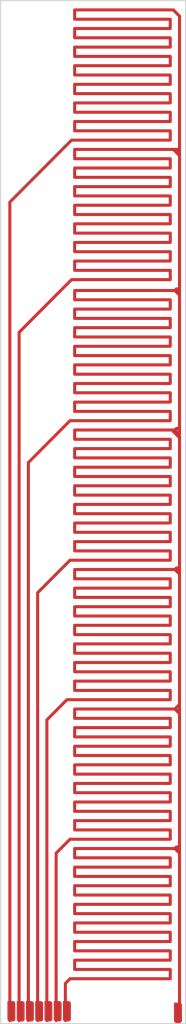
<source format=kicad_pcb>
(kicad_pcb (version 20211014) (generator pcbnew)

  (general
    (thickness 1.6)
  )

  (paper "A4")
  (layers
    (0 "F.Cu" signal)
    (31 "B.Cu" signal)
    (32 "B.Adhes" user "B.Adhesive")
    (33 "F.Adhes" user "F.Adhesive")
    (34 "B.Paste" user)
    (35 "F.Paste" user)
    (36 "B.SilkS" user "B.Silkscreen")
    (37 "F.SilkS" user "F.Silkscreen")
    (38 "B.Mask" user)
    (39 "F.Mask" user)
    (40 "Dwgs.User" user "User.Drawings")
    (41 "Cmts.User" user "User.Comments")
    (42 "Eco1.User" user "User.Eco1")
    (43 "Eco2.User" user "User.Eco2")
    (44 "Edge.Cuts" user)
    (45 "Margin" user)
    (46 "B.CrtYd" user "B.Courtyard")
    (47 "F.CrtYd" user "F.Courtyard")
    (48 "B.Fab" user)
    (49 "F.Fab" user)
    (50 "User.1" user)
    (51 "User.2" user)
    (52 "User.3" user)
    (53 "User.4" user)
    (54 "User.5" user)
    (55 "User.6" user)
    (56 "User.7" user)
    (57 "User.8" user)
    (58 "User.9" user)
  )

  (setup
    (pad_to_mask_clearance 0)
    (pcbplotparams
      (layerselection 0x00010fc_ffffffff)
      (disableapertmacros false)
      (usegerberextensions false)
      (usegerberattributes true)
      (usegerberadvancedattributes true)
      (creategerberjobfile true)
      (svguseinch false)
      (svgprecision 6)
      (excludeedgelayer true)
      (plotframeref false)
      (viasonmask false)
      (mode 1)
      (useauxorigin false)
      (hpglpennumber 1)
      (hpglpenspeed 20)
      (hpglpendiameter 15.000000)
      (dxfpolygonmode true)
      (dxfimperialunits true)
      (dxfusepcbnewfont true)
      (psnegative false)
      (psa4output false)
      (plotreference true)
      (plotvalue true)
      (plotinvisibletext false)
      (sketchpadsonfab false)
      (subtractmaskfromsilk false)
      (outputformat 1)
      (mirror false)
      (drillshape 0)
      (scaleselection 1)
      (outputdirectory "gerber/")
    )
  )

  (net 0 "")

  (gr_rect (start 105.918 169.799) (end 105.664 168.529) (layer "F.Cu") (width 0.4) (fill none) (tstamp 044d429a-deaa-44d8-8a57-ee6b318a207d))
  (gr_rect (start 108.204 169.799) (end 107.95 168.529) (layer "F.Cu") (width 0.4) (fill none) (tstamp 2be99f83-ef45-422b-a872-9271860b3bd4))
  (gr_rect (start 118.872 169.926) (end 118.618 168.656) (layer "F.Cu") (width 0.4) (fill none) (tstamp 499c4f0e-3069-46e0-b8f2-57530060c0eb))
  (gr_rect (start 108.966 169.799) (end 108.712 168.529) (layer "F.Cu") (width 0.4) (fill none) (tstamp 55cd897d-1744-4d4a-a33c-bc637cc5d625))
  (gr_rect (start 109.728 169.799) (end 109.474 168.529) (layer "F.Cu") (width 0.4) (fill none) (tstamp 95c35030-4963-4c8e-afab-e82d39dfbc1f))
  (gr_rect (start 107.442 169.799) (end 107.188 168.529) (layer "F.Cu") (width 0.4) (fill none) (tstamp 9864ea9c-da92-4ba9-ba29-d2689979df81))
  (gr_rect (start 105.156 169.799) (end 104.902 168.529) (layer "F.Cu") (width 0.4) (fill none) (tstamp a2627dbc-3007-4635-b6dc-d153a4d7f242))
  (gr_rect (start 106.68 169.799) (end 106.426 168.529) (layer "F.Cu") (width 0.4) (fill none) (tstamp a4d5553b-b2f0-41aa-b2c4-18db163f9bcf))
  (gr_line (start 119.38 170.18) (end 119.38 86.36) (layer "Edge.Cuts") (width 0.1) (tstamp 0631f858-a6b6-4f17-b69d-ec6ed9db5a2b))
  (gr_line (start 104.14 86.36) (end 104.14 170.18) (layer "Edge.Cuts") (width 0.1) (tstamp 0a599d0b-5b16-40c4-86d2-4bdf2db0f29e))
  (gr_line (start 104.14 170.18) (end 119.38 170.18) (layer "Edge.Cuts") (width 0.1) (tstamp 2a345664-c9be-43f4-a1fa-3c7372af1964))
  (gr_line (start 119.38 86.36) (end 104.14 86.36) (layer "Edge.Cuts") (width 0.1) (tstamp 9386aecc-c014-4cc7-b706-16830a689c8c))

  (segment (start 110.236 103.124) (end 110.236 103.886) (width 0.25) (layer "F.Cu") (net 0) (tstamp 00bd9dfa-0bdd-40ce-8812-f8db6f2c0de6))
  (segment (start 110.236 147.447) (end 118.11 147.447) (width 0.25) (layer "F.Cu") (net 0) (tstamp 01e4f7ba-fb0c-42bc-b6b7-35ac37f2e726))
  (segment (start 118.872 99.314) (end 118.872 99.06) (width 0.25) (layer "F.Cu") (net 0) (tstamp 033f6735-5f5b-45f3-8ef8-1abfd60f8fb2))
  (segment (start 118.11 147.447) (end 118.11 146.685) (width 0.25) (layer "F.Cu") (net 0) (tstamp 03bf22c2-06f5-43d3-8b23-ef41efbec059))
  (segment (start 110.236 145.161) (end 110.236 144.399) (width 0.25) (layer "F.Cu") (net 0) (tstamp 03f744cc-748c-4840-a218-a8340e033164))
  (segment (start 110.236 106.172) (end 110.236 106.934) (width 0.25) (layer "F.Cu") (net 0) (tstamp 042fea9a-ba8f-4192-a476-2e3217f02da8))
  (segment (start 118.11 155.067) (end 118.11 154.305) (width 0.25) (layer "F.Cu") (net 0) (tstamp 06089399-080f-4659-b6f8-c3bac00e2d47))
  (segment (start 118.618 144.526) (end 118.872 144.526) (width 0.25) (layer "F.Cu") (net 0) (tstamp 08357a2a-da2b-405d-a1bb-c845c4318c89))
  (segment (start 118.11 154.305) (end 110.236 154.305) (width 0.25) (layer "F.Cu") (net 0) (tstamp 090dfae5-fb97-4761-b1f4-c70f803e8b17))
  (segment (start 118.11 136.779) (end 110.236 136.779) (width 0.25) (layer "F.Cu") (net 0) (tstamp 09b8fa2e-ba16-4f77-9b7e-d5486e65e3bd))
  (segment (start 118.872 121.412) (end 118.872 110.49) (width 0.25) (layer "F.Cu") (net 0) (tstamp 0a8e3c20-c585-463a-abbe-c5416c2754d8))
  (segment (start 118.491 144.399) (end 118.618 144.526) (width 0.25) (layer "F.Cu") (net 0) (tstamp 0ae5c34b-a94c-4684-94c9-4c94207f10aa))
  (segment (start 118.491 110.109) (end 118.618 109.982) (width 0.25) (layer "F.Cu") (net 0) (tstamp 0b94cbd8-8b66-44bc-ad88-ef7c127c8e79))
  (segment (start 110.236 133.731) (end 110.236 132.969) (width 0.25) (layer "F.Cu") (net 0) (tstamp 0c43e9e5-c654-4c49-9db6-20111597beb4))
  (segment (start 110.236 117.729) (end 118.11 117.729) (width 0.25) (layer "F.Cu") (net 0) (tstamp 0ca7bb79-3a62-44ed-a782-b468cf3bb9dc))
  (segment (start 118.11 125.349) (end 110.236 125.349) (width 0.25) (layer "F.Cu") (net 0) (tstamp 0dbf4968-3445-44b9-bba6-06770d1095da))
  (segment (start 110.236 157.353) (end 118.11 157.353) (width 0.25) (layer "F.Cu") (net 0) (tstamp 0f62c7f4-9c75-4461-a5f0-858afcfedf72))
  (segment (start 118.872 169.926) (end 118.872 156.21) (width 0.25) (layer "F.Cu") (net 0) (tstamp 10ae1835-b4c6-40d1-8ea0-48363f4ab300))
  (segment (start 118.11 139.065) (end 118.11 138.303) (width 0.25) (layer "F.Cu") (net 0) (tstamp 10eac1eb-22ac-4089-a998-dc982824e3bf))
  (segment (start 110.236 154.305) (end 110.236 153.543) (width 0.25) (layer "F.Cu") (net 0) (tstamp 1139bde7-3530-46fc-aff5-7b678295a0b7))
  (segment (start 118.491 110.109) (end 118.618 110.236) (width 0.25) (layer "F.Cu") (net 0) (tstamp 119524d3-25af-49c4-baf7-ca6ecb962089))
  (segment (start 110.236 139.065) (end 118.11 139.065) (width 0.25) (layer "F.Cu") (net 0) (tstamp 11ad2b1c-bf49-41c4-a88a-90b1aaaa7b67))
  (segment (start 110.236 150.495) (end 118.11 150.495) (width 0.25) (layer "F.Cu") (net 0) (tstamp 11bfc58f-4ba8-4c2c-8b04-62df62afe45a))
  (segment (start 118.11 109.22) (end 109.982 109.22) (width 0.25) (layer "F.Cu") (net 0) (tstamp 124b74c5-5047-4806-8fcc-5d90646d2e0c))
  (segment (start 118.364 121.539) (end 118.491 121.539) (width 0.25) (layer "F.Cu") (net 0) (tstamp 13f0d290-320b-47fd-9e71-f000464eaf3e))
  (segment (start 110.236 158.115) (end 110.236 157.353) (width 0.25) (layer "F.Cu") (net 0) (tstamp 1540c62d-3184-4ef8-ba9d-f0d2e9212600))
  (segment (start 110.236 90.17) (end 110.236 90.932) (width 0.25) (layer "F.Cu") (net 0) (tstamp 15dbd8c4-37f5-4f4f-885d-91261ac9f1f6))
  (segment (start 108.712 99.06) (end 104.902 102.87) (width 0.25) (layer "F.Cu") (net 0) (tstamp 17a5d715-e386-496e-b1e4-5ad6121ab9af))
  (segment (start 118.618 155.956) (end 118.872 155.956) (width 0.25) (layer "F.Cu") (net 0) (tstamp 18477e31-1696-4414-b178-bf59631ac54a))
  (segment (start 110.236 161.925) (end 118.11 161.925) (width 0.25) (layer "F.Cu") (net 0) (tstamp 1973ea78-fa56-40e2-a7e3-c1b14411f04e))
  (segment (start 118.11 90.932) (end 118.11 91.694) (width 0.25) (layer "F.Cu") (net 0) (tstamp 19d5fc8d-b628-41c8-ba7d-dab54af0c12f))
  (segment (start 118.618 121.412) (end 118.872 121.412) (width 0.25) (layer "F.Cu") (net 0) (tstamp 1b165263-5276-4303-b500-3a354f1d9e78))
  (segment (start 118.11 95.504) (end 118.11 96.266) (width 0.25) (layer "F.Cu") (net 0) (tstamp 1c3519ac-8504-4ba7-9c42-434a4e472a3f))
  (segment (start 110.236 103.886) (end 118.11 103.886) (width 0.25) (layer "F.Cu") (net 0) (tstamp 1c5e7d9f-32b8-48b8-830b-a2c110a8c50b))
  (segment (start 110.236 140.589) (end 118.11 140.589) (width 0.25) (layer "F.Cu") (net 0) (tstamp 1dca37ae-540f-498a-afd2-fa284d2b79fa))
  (segment (start 118.11 106.934) (end 118.11 107.696) (width 0.25) (layer "F.Cu") (net 0) (tstamp 1ef92b3d-29c3-4d1e-b5d9-0ae73e436e09))
  (segment (start 118.618 110.236) (end 118.872 109.982) (width 0.25) (layer "F.Cu") (net 0) (tstamp 1f997517-da92-412a-90ce-5be9e73c762d))
  (segment (start 118.11 162.687) (end 110.236 162.687) (width 0.25) (layer "F.Cu") (net 0) (tstamp 20e6f56f-7a99-4335-a22b-20ecbbab753a))
  (segment (start 118.11 101.6) (end 110.236 101.6) (width 0.25) (layer "F.Cu") (net 0) (tstamp 220bbc6e-92a8-4adc-b271-ef98aba007ab))
  (segment (start 109.982 120.777) (end 118.11 120.777) (width 0.25) (layer "F.Cu") (net 0) (tstamp 24ff835e-82c1-40cf-8b1d-58035f6e0bc1))
  (segment (start 110.236 122.301) (end 110.236 121.539) (width 0.25) (layer "F.Cu") (net 0) (tstamp 2638e934-d453-47f7-9b69-25103ec16216))
  (segment (start 110.236 102.362) (end 118.11 102.362) (width 0.25) (layer "F.Cu") (net 0) (tstamp 267b9c91-b568-4283-b08e-45b823d3a736))
  (segment (start 118.491 155.829) (end 118.618 155.702) (width 0.25) (layer "F.Cu") (net 0) (tstamp 27e69331-a008-4df6-8cec-6637267656c0))
  (segment (start 109.601 143.637) (end 118.11 143.637) (width 0.25) (layer "F.Cu") (net 0) (tstamp 27ee534e-6282-49d8-b40d-6f063b0024d2))
  (segment (start 118.11 145.161) (end 110.236 145.161) (width 0.25) (layer "F.Cu") (net 0) (tstamp 27fcfe29-425d-44ac-9ff4-5935cbf12b8e))
  (segment (start 118.11 150.495) (end 118.11 149.733) (width 0.25) (layer "F.Cu") (net 0) (tstamp 28a244cb-67da-435c-a0e8-b29136092b5f))
  (segment (start 118.11 140.589) (end 118.11 139.827) (width 0.25) (layer "F.Cu") (net 0) (tstamp 2ad364c6-e525-45ac-8bb7-86af8f540e1c))
  (segment (start 118.11 103.124) (end 110.236 103.124) (width 0.25) (layer "F.Cu") (net 0) (tstamp 311da328-b63a-4185-ba91-9b168fcba0bb))
  (segment (start 109.982 120.777) (end 109.855 120.777) (width 0.25) (layer "F.Cu") (net 0) (tstamp 323a1a7c-2c2f-429a-8f76-f5b917922ec8))
  (segment (start 109.855 155.067) (end 118.11 155.067) (width 0.25) (layer "F.Cu") (net 0) (tstamp 328251f1-9aa1-4bf5-a2e5-075531f08aff))
  (segment (start 118.11 108.458) (end 118.11 109.22) (width 0.25) (layer "F.Cu") (net 0) (tstamp 32dc867a-6ab2-437d-90a1-a3f17e971909))
  (segment (start 118.618 98.806) (end 118.618 98.552) (width 0.25) (layer "F.Cu") (net 0) (tstamp 33451a88-e410-47c5-8f02-f7677d94b8fc))
  (segment (start 110.236 126.873) (end 110.236 126.111) (width 0.25) (layer "F.Cu") (net 0) (tstamp 33b87bdc-5bbe-45eb-8c52-4e3c22d82cbd))
  (segment (start 118.364 121.666) (end 118.872 122.174) (width 0.25) (layer "F.Cu") (net 0) (tstamp 347c6821-6ede-4ac6-961d-bd91fd079157))
  (segment (start 110.236 142.875) (end 110.236 142.113) (width 0.25) (layer "F.Cu") (net 0) (tstamp 3498b17a-e280-42e0-bd8e-cd07163fbeb0))
  (segment (start 110.236 119.253) (end 118.11 119.253) (width 0.25) (layer "F.Cu") (net 0) (tstamp 34a46604-69fd-4866-a272-af91d7b5b4da))
  (segment (start 118.11 90.17) (end 110.236 90.17) (width 0.25) (layer "F.Cu") (net 0) (tstamp 353188c6-229d-4b4d-a64f-7e7266120191))
  (segment (start 110.236 155.829) (end 118.491 155.829) (width 0.25) (layer "F.Cu") (net 0) (tstamp 36137b1e-cdfc-4a7f-8348-d39bccd904f6))
  (segment (start 118.11 141.351) (end 110.236 141.351) (width 0.25) (layer "F.Cu") (net 0) (tstamp 36a59f51-2a37-4efd-a657-e9b280f5f17e))
  (segment (start 109.982 97.79) (end 108.712 99.06) (width 0.25) (layer "F.Cu") (net 0) (tstamp 379b3493-959c-4f6b-8786-78c4fd76c4ca))
  (segment (start 118.11 134.493) (end 118.11 133.731) (width 0.25) (layer "F.Cu") (net 0) (tstamp 37ce1fe5-1d64-4a3a-9172-1e599abaf613))
  (segment (start 118.11 100.076) (end 110.236 100.076) (width 0.25) (layer "F.Cu") (net 0) (tstamp 38ed19ec-18a1-477e-823f-8dd86fe57d97))
  (segment (start 107.95 169.926) (end 107.95 145.288) (width 0.25) (layer "F.Cu") (net 0) (tstamp 3923714b-c9d0-4bcd-b0e3-cd5b7abf3b42))
  (segment (start 110.236 148.971) (end 118.11 148.971) (width 0.25) (layer "F.Cu") (net 0) (tstamp 39be6c79-e742-4f6d-8b19-aa3739a9f493))
  (segment (start 118.364 98.552) (end 118.618 98.552) (width 0.25) (layer "F.Cu") (net 0) (tstamp 39d15602-b0bb-4d1f-b988-d78ea7a19c17))
  (segment (start 118.11 97.79) (end 109.982 97.79) (width 0.25) (layer "F.Cu") (net 0) (tstamp 3a68a462-301c-4665-8904-1f9a1e3901ae))
  (segment (start 110.236 137.541) (end 118.11 137.541) (width 0.25) (layer "F.Cu") (net 0) (tstamp 3b8e4e4e-6fe9-442b-8dc9-12b571e756b9))
  (segment (start 118.11 110.871) (end 110.236 110.871) (width 0.25) (layer "F.Cu") (net 0) (tstamp 3e7f80fa-91e9-4fa5-999f-0a3b5300f5ae))
  (segment (start 110.236 123.063) (end 118.11 123.063) (width 0.25) (layer "F.Cu") (net 0) (tstamp 3f7f4b98-404f-4d72-bdca-636669a6d7ab))
  (segment (start 118.11 102.362) (end 118.11 103.124) (width 0.25) (layer "F.Cu") (net 0) (tstamp 3fee41bb-5f08-422a-a9f3-5e9fd30f649a))
  (segment (start 118.11 166.497) (end 118.11 165.735) (width 0.25) (layer "F.Cu") (net 0) (tstamp 4010bbb7-d816-430c-81bb-46f0c0224dfd))
  (segment (start 118.491 144.399) (end 118.872 144.78) (width 0.25) (layer "F.Cu") (net 0) (tstamp 40badfa0-7437-4be9-8e36-2a48e782e4b5))
  (segment (start 110.236 105.41) (end 118.11 105.41) (width 0.25) (layer "F.Cu") (net 0) (tstamp 42fac244-5a6c-4f4a-a0c2-fdf442efa786))
  (segment (start 110.236 114.681) (end 118.11 114.681) (width 0.25) (layer "F.Cu") (net 0) (tstamp 43dab6e1-8352-4fdc-a83a-24c6ab683844))
  (segment (start 110.236 116.205) (end 118.11 116.205) (width 0.25) (layer "F.Cu") (net 0) (tstamp 46544c9b-6991-43d4-b04f-86532b306e55))
  (segment (start 118.11 153.543) (end 118.11 152.781) (width 0.25) (layer "F.Cu") (net 0) (tstamp 46b0a87f-2c27-4bfe-b9e0-c340adf80685))
  (segment (start 110.236 111.633) (end 118.11 111.633) (width 0.25) (layer "F.Cu") (net 0) (tstamp 46c5c6bf-9a41-492f-bc44-5a73a566639b))
  (segment (start 118.11 113.157) (end 118.11 112.395) (width 0.25) (layer "F.Cu") (net 0) (tstamp 478fd1a1-73cb-45ce-8fed-a9c75a1cf646))
  (segment (start 109.855 166.497) (end 118.11 166.497) (width 0.25) (layer "F.Cu") (net 0) (tstamp 4835b572-4112-45f9-a095-6516797b6815))
  (segment (start 110.236 153.543) (end 118.11 153.543) (width 0.25) (layer "F.Cu") (net 0) (tstamp 4857d2ba-ff79-407a-9339-1f2d7066cb9c))
  (segment (start 118.872 133.35) (end 118.872 132.842) (width 0.25) (layer "F.Cu") (net 0) (tstamp 49af550b-9832-4c8c-8350-a42a6fe139a3))
  (segment (start 110.236 112.395) (end 110.236 111.633) (width 0.25) (layer "F.Cu") (net 0) (tstamp 49d9ce60-f7bd-492a-9475-03c338730777))
  (segment (start 110.236 128.397) (end 110.236 127.635) (width 0.25) (layer "F.Cu") (net 0) (tstamp 4a4dedc3-6a8e-4483-9f76-71dded27d35b))
  (segment (start 118.11 164.973) (end 118.11 164.211) (width 0.25) (layer "F.Cu") (net 0) (tstamp 4aeb6f14-fff2-492d-82e4-c5d474448cfc))
  (segment (start 110.236 101.6) (end 110.236 102.362) (width 0.25) (layer "F.Cu") (net 0) (tstamp 4b5a6c1c-08cc-484f-b3d5-d339d1687890))
  (segment (start 118.11 99.314) (end 118.11 100.076) (width 0.25) (layer "F.Cu") (net 0) (tstamp 4b9f89e6-88e9-47ee-9633-f8e1c51aeb0f))
  (segment (start 118.11 96.266) (end 110.236 96.266) (width 0.25) (layer "F.Cu") (net 0) (tstamp 4bd21ca5-4e45-43f7-bbe8-8d31e106bdfa))
  (segment (start 118.11 131.445) (end 110.236 131.445) (width 0.25) (layer "F.Cu") (net 0) (tstamp 4c43ef6f-694a-4014-82ae-8e7e6c36d88d))
  (segment (start 118.364 87.122) (end 110.236 87.122) (width 0.25) (layer "F.Cu") (net 0) (tstamp 4cbd7a85-0669-480d-a902-c5a2c8179e30))
  (segment (start 110.236 98.552) (end 110.236 99.314) (width 0.25) (layer "F.Cu") (net 0) (tstamp 4db11d21-0ef4-4f99-8530-5d86d629b663))
  (segment (start 118.11 119.253) (end 118.11 118.491) (width 0.25) (layer "F.Cu") (net 0) (tstamp 4f0aa6e6-c64d-465b-b065-217ed698c62c))
  (segment (start 110.236 146.685) (end 110.236 145.923) (width 0.25) (layer "F.Cu") (net 0) (tstamp 53651a84-e1ba-4683-8587-2cbba2f69ac7))
  (segment (start 109.855 132.207) (end 118.11 132.207) (width 0.25) (layer "F.Cu") (net 0) (tstamp 54aaaeee-0a67-4de9-bdad-8a8d1127633b))
  (segment (start 118.872 144.526) (end 118.872 144.018) (width 0.25) (layer "F.Cu") (net 0) (tstamp 556272cb-7e9e-489f-91a9-b5997049cc51))
  (segment (start 108.712 156.21) (end 109.855 155.067) (width 0.25) (layer "F.Cu") (net 0) (tstamp 56093f7f-a558-4c52-be75-41453509104e))
  (segment (start 110.236 97.028) (end 118.11 97.028) (width 0.25) (layer "F.Cu") (net 0) (tstamp 56ba02a2-af41-425b-9732-69aed0525924))
  (segment (start 110.236 110.871) (end 110.236 110.109) (width 0.25) (layer "F.Cu") (net 0) (tstamp 56c90ca3-2b02-4ca5-9d6a-68853f41fae4))
  (segment (start 110.236 152.019) (end 118.11 152.019) (width 0.25) (layer "F.Cu") (net 0) (tstamp 5adcb25a-5e20-425c-a5ac-f892246f5824))
  (segment (start 110.236 87.884) (end 118.11 87.884) (width 0.25) (layer "F.Cu") (net 0) (tstamp 5b3733ba-0e75-430f-8f97-84ac76263262))
  (segment (start 118.11 132.207) (end 118.11 131.445) (width 0.25) (layer "F.Cu") (net 0) (tstamp 5b479f58-9576-4412-a122-7d5249a28dd4))
  (segment (start 109.982 109.22) (end 109.22 109.982) (width 0.25) (layer "F.Cu") (net 0) (tstamp 5ba9b120-a082-4fc8-8d38-cf3602380c9b))
  (segment (start 110.236 92.456) (end 118.11 92.456) (width 0.25) (layer "F.Cu") (net 0) (tstamp 5c0e2cf3-2969-4ac1-95d4-81cd96852c42))
  (segment (start 118.11 127.635) (end 118.11 126.873) (width 0.25) (layer "F.Cu") (net 0) (tstamp 5c387ac3-8710-47ac-a112-c98c6374f167))
  (segment (start 110.236 149.733) (end 110.236 148.971) (width 0.25) (layer "F.Cu") (net 0) (tstamp 5c669ea2-7089-4361-8add-dc801f31bea6))
  (segment (start 110.236 129.921) (end 110.236 129.159) (width 0.25) (layer "F.Cu") (net 0) (tstamp 5d2ebb03-bb37-427c-b2ab-4fd1bfebaeda))
  (segment (start 118.11 128.397) (end 110.236 128.397) (width 0.25) (layer "F.Cu") (net 0) (tstamp 5d7c0ca8-9a71-4299-9c77-9b4ce0150686))
  (segment (start 118.11 139.827) (end 110.236 139.827) (width 0.25) (layer "F.Cu") (net 0) (tstamp 5e42aa92-87c4-4c16-8522-525aa2041257))
  (segment (start 118.11 148.209) (end 110.236 148.209) (width 0.25) (layer "F.Cu") (net 0) (tstamp 60636930-f4ec-4000-9ed7-8e7640eb7939))
  (segment (start 118.491 144.399) (end 118.872 144.018) (width 0.25) (layer "F.Cu") (net 0) (tstamp 613e71e7-86d5-4527-9108-c7d26c98b958))
  (segment (start 110.236 100.076) (end 110.236 100.838) (width 0.25) (layer "F.Cu") (net 0) (tstamp 6142607e-735c-4773-ae5b-acbe9e76885a))
  (segment (start 118.872 155.702) (end 118.872 144.78) (width 0.25) (layer "F.Cu") (net 0) (tstamp 615c97c6-1f54-4671-a113-75abfe132a49))
  (segment (start 118.872 122.174) (end 118.872 121.92) (width 0.25) (layer "F.Cu") (net 0) (tstamp 61d8e5d4-6738-4afc-a07e-eac6d72d4af5))
  (segment (start 118.11 112.395) (end 110.236 112.395) (width 0.25) (layer "F.Cu") (net 0) (tstamp 62ba98d0-d677-4f2d-a436-99c92c5acd94))
  (segment (start 110.236 95.504) (end 118.11 95.504) (width 0.25) (layer "F.Cu") (net 0) (tstamp 640fd46e-cf73-4b9f-a411-bc8418faf013))
  (segment (start 105.664 113.538) (end 105.664 169.926) (width 0.25) (layer "F.Cu") (net 0) (tstamp 642ae778-544d-40d3-ae32-cbfcff45eba7))
  (segment (start 118.11 126.873) (end 110.236 126.873) (width 0.25) (layer "F.Cu") (net 0) (tstamp 64dcd32a-8832-46a9-b73d-bf5e1c1a04ac))
  (segment (start 118.11 148.971) (end 118.11 148.209) (width 0.25) (layer "F.Cu") (net 0) (tstamp 65df3dbf-096e-48e5-b3a5-01a6714a68df))
  (segment (start 118.11 143.637) (end 118.11 142.875) (width 0.25) (layer "F.Cu") (net 0) (tstamp 6630a81c-0cf8-4e42-bd90-d6c19bd47975))
  (segment (start 118.872 144.018) (end 118.872 133.35) (width 0.25) (layer "F.Cu") (net 0) (tstamp 6683df1d-560d-49c0-b3a7-adf953e6cb97))
  (segment (start 110.236 106.934) (end 118.11 106.934) (width 0.25) (layer "F.Cu") (net 0) (tstamp 673fe526-9d66-43c8-9af6-d821abc82d81))
  (segment (start 110.236 134.493) (end 118.11 134.493) (width 0.25) (layer "F.Cu") (net 0) (tstamp 67b37389-8e4f-479d-a8cc-e71162d2d7ee))
  (segment (start 118.11 124.587) (end 118.11 123.825) (width 0.25) (layer "F.Cu") (net 0) (tstamp 6a2fdc9b-f284-4c75-a665-3cbcd54e0283))
  (segment (start 107.188 169.926) (end 107.188 134.874) (width 0.25) (layer "F.Cu") (net 0) (tstamp 6b9d60ea-4cce-487b-8b9d-acf85fef4338))
  (segment (start 118.11 136.017) (end 118.11 135.255) (width 0.25) (layer "F.Cu") (net 0) (tstamp 6bac99c6-fcf2-460f-8c97-707f5535cdb8))
  (segment (start 118.11 145.923) (end 118.11 145.161) (width 0.25) (layer "F.Cu") (net 0) (tstamp 6bb978e0-059e-4596-a4e4-af065f919e5a))
  (segment (start 118.11 138.303) (end 110.236 138.303) (width 0.25) (layer "F.Cu") (net 0) (tstamp 6c20d49e-b1a3-4321-9adf-3398b911a6af))
  (segment (start 110.236 123.825) (end 110.236 123.063) (width 0.25) (layer "F.Cu") (net 0) (tstamp 6d222cc0-f522-4101-94b9-3180ce0204da))
  (segment (start 118.491 132.969) (end 118.618 132.842) (width 0.25) (layer "F.Cu") (net 0) (tstamp 6df2f458-e410-4e39-ab66-1e56baa3205c))
  (segment (start 107.188 134.874) (end 109.855 132.207) (width 0.25) (layer "F.Cu") (net 0) (tstamp 6f69f907-26b0-48fe-9b4f-9df69041f077))
  (segment (start 118.11 161.925) (end 118.11 161.163) (width 0.25) (layer "F.Cu") (net 0) (tstamp 7555f9f9-7b8f-4dd4-b624-a313a7616c8d))
  (segment (start 118.11 129.921) (end 110.236 129.921) (width 0.25) (layer "F.Cu") (net 0) (tstamp 77cac4b0-657f-47e8-831e-6ee2ec5b4288))
  (segment (start 110.236 96.266) (end 110.236 97.028) (width 0.25) (layer "F.Cu") (net 0) (tstamp 77eb87d7-7717-4407-8029-66c7983605f2))
  (segment (start 118.872 99.06) (end 118.872 98.552) (width 0.25) (layer "F.Cu") (net 0) (tstamp 7878b7de-ac7a-4947-b0f3-6fe0b4ae13da))
  (segment (start 110.236 160.401) (end 118.11 160.401) (width 0.25) (layer "F.Cu") (net 0) (tstamp 7896748e-b416-4500-9bec-756a9252abca))
  (segment (start 110.236 88.646) (end 110.236 89.408) (width 0.25) (layer "F.Cu") (net 0) (tstamp 78c1fa47-fed7-4b2e-80e8-23d96c2ccf32))
  (segment (start 110.236 130.683) (end 118.11 130.683) (width 0.25) (layer "F.Cu") (net 0) (tstamp 79272e25-c11e-400b-9b24-0c74b8d247bb))
  (segment (start 109.855 120.777) (end 108.966 121.666) (width 0.25) (layer "F.Cu") (net 0) (tstamp 7c2a4fd3-f41e-4f50-ada8-59688cd245a0))
  (segment (start 110.236 159.639) (end 110.236 158.877) (width 0.25) (layer "F.Cu") (net 0) (tstamp 7cafbcac-802d-4a1c-b695-83fab8edd331))
  (segment (start 110.236 121.539) (end 118.364 121.539) (width 0.25) (layer "F.Cu") (net 0) (tstamp 7cc0138a-1633-49a0-bedb-4ca98505fa8f))
  (segment (start 118.872 98.552) (end 118.872 87.63) (width 0.25) (layer "F.Cu") (net 0) (tstamp 7cefb566-c8a7-4ee1-b11b-91372467cf47))
  (segment (start 118.11 93.98) (end 118.11 94.742) (width 0.25) (layer "F.Cu") (net 0) (tstamp 7e3010d6-2a30-4166-b5ad-b2438391959a))
  (segment (start 118.11 165.735) (end 110.236 165.735) (width 0.25) (layer "F.Cu") (net 0) (tstamp 80a041d1-a483-4f83-9af7-11b85f415b9f))
  (segment (start 118.11 149.733) (end 110.236 149.733) (width 0.25) (layer "F.Cu") (net 0) (tstamp 818bb732-7ad1-4a6e-bc17-98ca47fe646a))
  (segment (start 110.236 113.919) (end 110.236 113.157) (width 0.25) (layer "F.Cu") (net 0) (tstamp 81ae8ed5-8b6d-4c92-aa56-7930617ce1e0))
  (segment (start 109.474 169.926) (end 109.474 166.878) (width 0.25) (layer "F.Cu") (net 0) (tstamp 81fbbd29-05f0-424a-8903-1a473c41e26f))
  (segment (start 110.236 124.587) (end 118.11 124.587) (width 0.25) (layer "F.Cu") (net 0) (tstamp 833d754b-8440-49ea-94ef-b9248477a81c))
  (segment (start 118.872 156.21) (end 118.872 155.956) (width 0.25) (layer "F.Cu") (net 0) (tstamp 84356032-baa6-40ae-b828-fb5a4df9e871))
  (segment (start 110.236 161.163) (end 110.236 160.401) (width 0.25) (layer "F.Cu") (net 0) (tstamp 84a47c3a-3c32-4eb5-b501-cb1941c2d11e))
  (segment (start 118.618 110.236) (end 118.872 110.49) (width 0.25) (layer "F.Cu") (net 0) (tstamp 8761e790-31e1-43ac-860d-58499814fb69))
  (segment (start 110.236 145.923) (end 118.11 145.923) (width 0.25) (layer "F.Cu") (net 0) (tstamp 877c22c0-f1b4-4310-bf6b-710387138d59))
  (segment (start 118.872 132.842) (end 118.872 122.174) (width 0.25) (layer "F.Cu") (net 0) (tstamp 87bb870e-3e5d-45e7-841a-abc38e4849b2))
  (segment (start 118.11 146.685) (end 110.236 146.685) (width 0.25) (layer "F.Cu") (net 0) (tstamp 8938e5f2-a8d7-4908-9838-a08e4ac41903))
  (segment (start 110.236 151.257) (end 110.236 150.495) (width 0.25) (layer "F.Cu") (net 0) (tstamp 8a3a1d42-5aa9-4455-8b1a-1ae70fc6e1c9))
  (segment (start 118.11 115.443) (end 110.236 115.443) (width 0.25) (layer "F.Cu") (net 0) (tstamp 8a931c81-07c6-4337-999a-2935a9f0b911))
  (segment (start 110.236 158.877) (end 118.11 158.877) (width 0.25) (layer "F.Cu") (net 0) (tstamp 8abf46dc-d0bc-403c-97fd-0e49a95a5923))
  (segment (start 110.236 136.017) (end 118.11 136.017) (width 0.25) (layer "F.Cu") (net 0) (tstamp 8ad82c8e-b05e-4b3a-970e-56cc7b0fe01e))
  (segment (start 118.11 133.731) (end 110.236 133.731) (width 0.25) (layer "F.Cu") (net 0) (tstamp 8cadd8cb-9f7e-4249-9d8e-c71a64b51248))
  (segment (start 110.236 91.694) (end 110.236 92.456) (width 0.25) (layer "F.Cu") (net 0) (tstamp 8dc4372b-0781-41c0-979d-dc308c6df8f5))
  (segment (start 118.491 155.829) (end 118.618 155.956) (width 0.25) (layer "F.Cu") (net 0) (tstamp 8e78fe7a-a12f-4680-b8c6-b6ca8b4d0d66))
  (segment (start 118.11 164.211) (end 110.236 164.211) (width 0.25) (layer "F.Cu") (net 0) (tstamp 8f9a2516-17de-4ddf-86e3-ed5c46c7fdb9))
  (segment (start 118.11 89.408) (end 118.11 90.17) (width 0.25) (layer "F.Cu") (net 0) (tstamp 914f9c46-9f99-45fa-8cd6-0ee0f2931519))
  (segment (start 118.11 94.742) (end 110.236 94.742) (width 0.25) (layer "F.Cu") (net 0) (tstamp 91916c3c-9d28-466c-8158-58d377759930))
  (segment (start 118.11 160.401) (end 118.11 159.639) (width 0.25) (layer "F.Cu") (net 0) (tstamp 91cd4eda-1d5b-478b-a4b4-4540ead93ce7))
  (segment (start 118.11 111.633) (end 118.11 110.871) (width 0.25) (layer "F.Cu") (net 0) (tstamp 92eda117-e005-45cf-b9b3-918741f43a0a))
  (segment (start 118.11 163.449) (end 118.11 162.687) (width 0.25) (layer "F.Cu") (net 0) (tstamp 9394b2d4-1df0-4cd0-a74c-597554c31f28))
  (segment (start 110.236 152.781) (end 110.236 152.019) (width 0.25) (layer "F.Cu") (net 0) (tstamp 96b16810-274e-4a44-aa2a-b9925afa2333))
  (segment (start 110.236 93.218) (end 110.236 93.98) (width 0.25) (layer "F.Cu") (net 0) (tstamp 9b0a211c-b15a-45b3-a393-3ce9ea39a4e4))
  (segment (start 118.872 109.982) (end 118.872 99.314) (width 0.25) (layer "F.Cu") (net 0) (tstamp 9cfbbcab-7696-4fa2-8021-c485062bc8c6))
  (segment (start 110.236 163.449) (end 118.11 163.449) (width 0.25) (layer "F.Cu") (net 0) (tstamp 9dee6060-e439-4bb1-aaf8-2b90dd481743))
  (segment (start 110.236 100.838) (end 118.11 100.838) (width 0.25) (layer "F.Cu") (net 0) (tstamp 9f9a51bf-723f-4a27-ba10-bee1e75d4a1b))
  (segment (start 110.236 136.779) (end 110.236 136.017) (width 0.25) (layer "F.Cu") (net 0) (tstamp a031b5ac-b6a2-49b8-9098-c65708648316))
  (segment (start 110.236 110.109) (end 118.491 110.109) (width 0.25) (layer "F.Cu") (net 0) (tstamp a1a362ed-df3d-4075-8b12-97cc300dea32))
  (segment (start 118.11 105.41) (end 118.11 106.172) (width 0.25) (layer "F.Cu") (net 0) (tstamp a2e27830-037a-4d08-83bd-e127ca7bc874))
  (segment (start 118.11 152.781) (end 110.236 152.781) (width 0.25) (layer "F.Cu") (net 0) (tstamp a443014b-4dbe-4654-8307-e1305a890da9))
  (segment (start 118.491 132.969) (end 118.872 133.35) (width 0.25) (layer "F.Cu") (net 0) (tstamp a4e704bf-064f-4bc7-a9ab-b70d9462dcb5))
  (segment (start 110.236 138.303) (end 110.236 137.541) (width 0.25) (layer "F.Cu") (net 0) (tstamp a4f48e75-da0b-4550-b056-343721a4c260))
  (segment (start 110.236 156.591) (end 110.236 155.829) (width 0.25) (layer "F.Cu") (net 0) (tstamp a6061a04-2283-4c81-a37d-7d917a41ca57))
  (segment (start 118.872 155.956) (end 118.872 155.702) (width 0.25) (layer "F.Cu") (net 0) (tstamp a65e15eb-8af7-4c72-9c20-9664f080c009))
  (segment (start 110.236 115.443) (end 110.236 114.681) (width 0.25) (layer "F.Cu") (net 0) (tstamp a6f6b809-2923-4581-b86b-f44ca7d13574))
  (segment (start 118.364 98.552) (end 110.236 98.552) (width 0.25) (layer "F.Cu") (net 0) (tstamp a7a31214-2e6a-4738-9511-590ac8163634))
  (segment (start 118.11 151.257) (end 110.236 151.257) (width 0.25) (layer "F.Cu") (net 0) (tstamp a7bce789-4c44-4279-87ed-4f6f3a826df6))
  (segment (start 118.11 103.886) (end 118.11 104.648) (width 0.25) (layer "F.Cu") (net 0) (tstamp a896a311-1dbc-440e-9b19-584388915adb))
  (segment (start 118.11 97.028) (end 118.11 97.79) (width 0.25) (layer "F.Cu") (net 0) (tstamp a8a0d86f-9728-4ed4-a0ed-78ea8e700c10))
  (segment (start 118.11 107.696) (end 110.236 107.696) (width 0.25) (layer "F.Cu") (net 0) (tstamp a9b2bd3b-6ddc-4c1e-aaf4-776b88a88e63))
  (segment (start 110.236 93.98) (end 118.11 93.98) (width 0.25) (layer "F.Cu") (net 0) (tstamp aa1ab7eb-c62d-41b9-be9a-93842eae6990))
  (segment (start 109.474 166.878) (end 109.855 166.497) (width 0.25) (layer "F.Cu") (net 0) (tstamp aad57733-0132-4792-b6a9-b2cc13360b5f))
  (segment (start 118.11 116.205) (end 118.11 115.443) (width 0.25) (layer "F.Cu") (net 0) (tstamp ab266192-769b-4064-8f29-eba37e322d5d))
  (segment (start 118.872 133.096) (end 118.618 132.842) (width 0.25) (layer "F.Cu") (net 0) (tstamp aca40ad9-8946-40de-bf4e-0e4bafc3faca))
  (segment (start 118.11 156.591) (end 110.236 156.591) (width 0.25) (layer "F.Cu") (net 0) (tstamp ad12f457-4ed3-47d2-8a32-f3ec887eaa1b))
  (segment (start 118.872 133.35) (end 118.872 133.096) (width 0.25) (layer "F.Cu") (net 0) (tstamp adb93b66-7346-46f9-b6de-4b21c526c981))
  (segment (start 118.11 118.491) (end 110.236 118.491) (width 0.25) (layer "F.Cu") (net 0) (tstamp adce6917-3310-4112-a538-3814e5996612))
  (segment (start 118.11 113.919) (end 110.236 113.919) (width 0.25) (layer "F.Cu") (net 0) (tstamp ae139513-de51-4655-9167-7ae92d6896d0))
  (segment (start 118.11 161.163) (end 110.236 161.163) (width 0.25) (layer "F.Cu") (net 0) (tstamp aebab612-ed7d-4560-bf37-0d6ef94851d5))
  (segment (start 110.236 139.827) (end 110.236 139.065) (width 0.25) (layer "F.Cu") (net 0) (tstamp af00718a-dec3-4635-9a53-23281e792f79))
  (segment (start 118.11 117.729) (end 118.11 116.967) (width 0.25) (layer "F.Cu") (net 0) (tstamp af2747b1-eca9-4439-a1c5-86d55eafab26))
  (segment (start 118.491 155.829) (end 118.872 156.21) (width 0.25) (layer "F.Cu") (net 0) (tstamp af603b56-2139-45e5-9ee8-da69900839c9))
  (segment (start 118.872 87.63) (end 118.364 87.122) (width 0.25) (layer "F.Cu") (net 0) (tstamp afbeebdb-0e0b-44a8-9658-584fe0281db8))
  (segment (start 118.11 87.884) (end 118.11 88.646) (width 0.25) (layer "F.Cu") (net 0) (tstamp b178de0a-6ca0-4ce6-ac1c-043319962401))
  (segment (start 108.712 169.926) (end 108.712 156.21) (width 0.25) (layer "F.Cu") (net 0) (tstamp b20d6304-c3da-4409-8dcc-88aaa789bd79))
  (segment (start 118.11 142.875) (end 110.236 142.875) (width 0.25) (layer "F.Cu") (net 0) (tstamp b2bf668a-b6e9-4fe1-8972-7bcd4f50a608))
  (segment (start 118.618 132.842) (end 118.872 132.842) (width 0.25) (layer "F.Cu") (net 0) (tstamp b2cadddb-0c7a-4640-879d-58e67d752b27))
  (segment (start 110.236 99.314) (end 118.11 99.314) (width 0.25) (layer "F.Cu") (net 0) (tstamp b2f40a82-265c-4149-865f-3958773b2e8c))
  (segment (start 118.11 106.172) (end 110.236 106.172) (width 0.25) (layer "F.Cu") (net 0) (tstamp b395b169-476e-4c45-a14a-3601cd92a42a))
  (segment (start 118.11 88.646) (end 110.236 88.646) (width 0.25) (layer "F.Cu") (net 0) (tstamp b3d1dcc8-a079-446c-b5a4-9e0c79e6d59f))
  (segment (start 118.11 122.301) (end 110.236 122.301) (width 0.25) (layer "F.Cu") (net 0) (tstamp b77bd842-2b1d-4683-93da-8dba61f1c72b))
  (segment (start 110.236 142.113) (end 118.11 142.113) (width 0.25) (layer "F.Cu") (net 0) (tstamp b78289f5-847f-403f-b783-2d08b95e94f4))
  (segment (start 110.236 126.111) (end 118.11 126.111) (width 0.25) (layer "F.Cu") (net 0) (tstamp b7acd6e6-4c1f-4a11-9698-b9178cfbc461))
  (segment (start 118.11 135.255) (end 110.236 135.255) (width 0.25) (layer "F.Cu") (net 0) (tstamp b9cf333e-202b-4373-b1fe-68173efb232b))
  (segment (start 118.11 152.019) (end 118.11 151.257) (width 0.25) (layer "F.Cu") (net 0) (tstamp bd9badf1-5644-41ce-b6df-cd3d9ffa5291))
  (segment (start 110.236 108.458) (end 118.11 108.458) (width 0.25) (layer "F.Cu") (net 0) (tstamp bdec2e4e-bfeb-49c4-a5c3-f67825c6aa31))
  (segment (start 118.11 116.967) (end 110.236 116.967) (width 0.25) (layer "F.Cu") (net 0) (tstamp c089df9b-8860-43b4-8f3b-64baeafe0e91))
  (segment (start 110.236 118.491) (end 110.236 117.729) (width 0.25) (layer "F.Cu") (net 0) (tstamp c26cef45-9024-459d-ba00-295af90d1cd9))
  (segment (start 118.618 155.702) (end 118.872 155.702) (width 0.25) (layer "F.Cu") (net 0) (tstamp c385fea4-379d-417c-b7f8-080e7198271c))
  (segment (start 110.236 132.969) (end 118.491 132.969) (width 0.25) (layer "F.Cu") (net 0) (tstamp c520ea10-0b11-41d6-a35d-4c2d6a6d59e0))
  (segment (start 110.236 164.973) (end 118.11 164.973) (width 0.25) (layer "F.Cu") (net 0) (tstamp c6eb7c8e-8971-4513-99af-4b1093529c1f))
  (segment (start 106.426 124.206) (end 106.426 169.926) (width 0.25) (layer "F.Cu") (net 0) (tstamp c8302a32-3810-4610-9fb2-0ba5c8409ab5))
  (segment (start 118.491 121.539) (end 118.618 121.412) (width 0.25) (layer "F.Cu") (net 0) (tstamp caafd1a8-851d-4ca9-8caf-bdb13e250345))
  (segment (start 118.872 99.06) (end 118.618 98.806) (width 0.25) (layer "F.Cu") (net 0) (tstamp cb3b2ae0-9433-4858-9404-59fba616e405))
  (segment (start 110.236 87.122) (end 110.236 87.884) (width 0.25) (layer "F.Cu") (net 0) (tstamp cbaad40e-b927-4b13-a0e2-6dab3e8c4c2e))
  (segment (start 110.236 141.351) (end 110.236 140.589) (width 0.25) (layer "F.Cu") (net 0) (tstamp cc2128ec-2b2d-42fb-97ff-8f9b5fd2abb9))
  (segment (start 118.11 120.777) (end 118.11 120.015) (width 0.25) (layer "F.Cu") (net 0) (tstamp cc288d98-edc2-4545-b8d7-797353fc5de2))
  (segment (start 110.236 113.157) (end 118.11 113.157) (width 0.25) (layer "F.Cu") (net 0) (tstamp cc6f43f5-73dc-4e2e-ae11-8746fc952b53))
  (segment (start 118.11 92.456) (end 118.11 93.218) (width 0.25) (layer "F.Cu") (net 0) (tstamp cd19e2cd-29a3-4830-be3c-653eaf8116f4))
  (segment (start 110.236 89.408) (end 118.11 89.408) (width 0.25) (layer "F.Cu") (net 0) (tstamp cdc990fd-ac03-42d0-955b-e239887a7b1e))
  (segment (start 110.236 116.967) (end 110.236 116.205) (width 0.25) (layer "F.Cu") (net 0) (tstamp cf85d19d-c7ec-490e-a969-1efcdf0424f3))
  (segment (start 109.22 109.982) (end 105.664 113.538) (width 0.25) (layer "F.Cu") (net 0) (tstamp d07ed1bc-4962-4873-b621-8ca9a63ba136))
  (segment (start 118.11 104.648) (end 110.236 104.648) (width 0.25) (layer "F.Cu") (net 0) (tstamp d19b88ab-bb0a-4961-a663-aa1279b85a86))
  (segment (start 118.11 137.541) (end 118.11 136.779) (width 0.25) (layer "F.Cu") (net 0) (tstamp d3e2a55d-2649-4622-83ac-566d2b52a338))
  (segment (start 108.966 121.666) (end 106.426 124.206) (width 0.25) (layer "F.Cu") (net 0) (tstamp d4d946b0-c206-4ed6-bb02-34d53f4b8f81))
  (segment (start 110.236 148.209) (end 110.236 147.447) (width 0.25) (layer "F.Cu") (net 0) (tstamp d59b1e5e-848e-4814-9f76-2faa24cb3d52))
  (segment (start 110.236 125.349) (end 110.236 124.587) (width 0.25) (layer "F.Cu") (net 0) (tstamp d6121e71-a99e-4bfd-9583-c9c8daf31148))
  (segment (start 110.236 144.399) (end 118.491 144.399) (width 0.25) (layer "F.Cu") (net 0) (tstamp d7269e1f-b72d-4f9a-9018-381f1a711ec1))
  (segment (start 110.236 135.255) (end 110.236 134.493) (width 0.25) (layer "F.Cu") (net 0) (tstamp d7c5dca5-868a-461b-aabc-1cfc812ea492))
  (segment (start 110.236 162.687) (end 110.236 161.925) (width 0.25) (layer "F.Cu") (net 0) (tstamp d8620eab-9a98-4258-88dc-dc545c7912cf))
  (segment (start 118.11 100.838) (end 118.11 101.6) (width 0.25) (layer "F.Cu") (net 0) (tstamp d9765391-2780-45e5-b9e0-15e96666ecb4))
  (segment (start 110.236 120.015) (end 110.236 119.253) (width 0.25) (layer "F.Cu") (net 0) (tstamp daaa3af8-370f-41c0-819d-92362fb63b05))
  (segment (start 118.11 93.218) (end 110.236 93.218) (width 0.25) (layer "F.Cu") (net 0) (tstamp dd78f95e-2ff2-4114-8c5c-e8859595dfed))
  (segment (start 118.618 109.982) (end 118.872 109.982) (width 0.25) (layer "F.Cu") (net 0) (tstamp dd9eeead-bfe2-4b79-96b2-67288faa9819))
  (segment (start 118.11 130.683) (end 118.11 129.921) (width 0.25) (layer "F.Cu") (net 0) (tstamp de060c0d-a154-4976-a12a-0c4990adf66e))
  (segment (start 110.236 164.211) (end 110.236 163.449) (width 0.25) (layer "F.Cu") (net 0) (tstamp de8464d0-fb09-43b4-aa37-131a3a8ed22a))
  (segment (start 118.872 144.78) (end 118.872 144.526) (width 0.25) (layer "F.Cu") (net 0) (tstamp df81780e-bdb9-4eb5-9ee9-9ea562528073))
  (segment (start 110.236 107.696) (end 110.236 108.458) (width 0.25) (layer "F.Cu") (net 0) (tstamp e0069d08-39ff-4fdd-9d27-d6acb583dbd3))
  (segment (start 104.902 102.87) (end 104.902 169.926) (width 0.25) (layer "F.Cu") (net 0) (tstamp e0ecb46b-dcbf-420f-ad52-be16ab3d8c54))
  (segment (start 118.11 126.111) (end 118.11 125.349) (width 0.25) (layer "F.Cu") (net 0) (tstamp e0f7bce5-bc5d-4539-9af2-eaee4c84702f))
  (segment (start 110.236 90.932) (end 118.11 90.932) (width 0.25) (layer "F.Cu") (net 0) (tstamp e170771f-f0f2-407d-a95a-60a05b5f7da8))
  (segment (start 118.872 121.92) (end 118.872 121.412) (width 0.25) (layer "F.Cu") (net 0) (tstamp e203ce90-3260-4a24-89c0-eca955d56ece))
  (segment (start 118.11 123.063) (end 118.11 122.301) (width 0.25) (layer "F.Cu") (net 0) (tstamp e2a7b5fb-6747-4621-a939-8f6f314b4497))
  (segment (start 118.364 98.552) (end 118.872 99.06) (width 0.25) (layer "F.Cu") (net 0) (tstamp e37140d4-9a9d-4efa-bcb3-988a4a97c501))
  (segment (start 118.11 129.159) (end 118.11 128.397) (width 0.25) (layer "F.Cu") (net 0) (tstamp e3eba2f4-1b18-42e8-b6ee-c5e3745f36b3))
  (segment (start 110.236 104.648) (end 110.236 105.41) (width 0.25) (layer "F.Cu") (net 0) (tstamp e48b4f88-897a-4431-b908-16b5c433a568))
  (segment (start 118.11 123.825) (end 110.236 123.825) (width 0.25) (layer "F.Cu") (net 0) (tstamp e7e180d7-9093-4125-b648-8147477bbade))
  (segment (start 110.236 94.742) (end 110.236 95.504) (width 0.25) (layer "F.Cu") (net 0) (tstamp e83e5265-4053-4c51-8f68-f8fc27a3c2c4))
  (segment (start 107.95 145.288) (end 109.601 143.637) (width 0.25) (layer "F.Cu") (net 0) (tstamp e91df527-c0a4-4199-8a6b-8aa74b1c0b3a))
  (segment (start 118.11 114.681) (end 118.11 113.919) (width 0.25) (layer "F.Cu") (net 0) (tstamp e9dd8704-3d10-4c2b-bca5-c343e22d3c10))
  (segment (start 110.236 131.445) (end 110.236 130.683) (width 0.25) (layer "F.Cu") (net 0) (tstamp ea9d4e19-b4cd-4367-9759-f2b316a544ad))
  (segment (start 118.11 120.015) (end 110.236 120.015) (width 0.25) (layer "F.Cu") (net 0) (tstamp eda9c4ce-7852-40f0-8686-f1d37cf3d54a))
  (segment (start 110.236 165.735) (end 110.236 164.973) (width 0.25) (layer "F.Cu") (net 0) (tstamp eed8d35c-e5ff-411f-baa9-eced42626461))
  (segment (start 118.872 110.49) (end 118.872 109.982) (width 0.25) (layer "F.Cu") (net 0) (tstamp eefb813b-6c57-4ea2-bb10-eb5bc1f441a4))
  (segment (start 118.11 142.113) (end 118.11 141.351) (width 0.25) (layer "F.Cu") (net 0) (tstamp f00e9e2b-a9d0-45b2-8272-2db20837aa38))
  (segment (start 118.11 91.694) (end 110.236 91.694) (width 0.25) (layer "F.Cu") (net 0) (tstamp f1336e86-38d5-4cf1-9e52-4c527daed06c))
  (segment (start 118.618 98.552) (end 118.872 98.552) (width 0.25) (layer "F.Cu") (net 0) (tstamp f1f4cddc-6f2d-48cc-8880-0b4a29a7fad0))
  (segment (start 118.364 121.539) (end 118.364 121.666) (width 0.25) (layer "F.Cu") (net 0) (tstamp f5f36710-0318-4dab-9fa5-8a22927e8b32))
  (segment (start 110.236 127.635) (end 118.11 127.635) (width 0.25) (layer "F.Cu") (net 0) (tstamp f76569e4-34a9-42bf-a910-b2c542389aab))
  (segment (start 118.11 157.353) (end 118.11 156.591) (width 0.25) (layer "F.Cu") (net 0) (tstamp f82713b1-3366-4eee-8b8e-4438652a11cd))
  (segment (start 118.11 158.115) (end 110.236 158.115) (width 0.25) (layer "F.Cu") (net 0) (tstamp f993c950-cbcf-4457-91d1-e7d32e9540b2))
  (segment (start 118.491 121.539) (end 118.872 121.92) (width 0.25) (layer "F.Cu") (net 0) (tstamp fc86fff8-052a-4880-8ae8-4bf8cb15e2a9))
  (segment (start 118.11 158.877) (end 118.11 158.115) (width 0.25) (layer "F.Cu") (net 0) (tstamp fcdb9725-f953-4788-8bb0-30498b31a10f))
  (segment (start 110.236 129.159) (end 118.11 129.159) (width 0.25) (layer "F.Cu") (net 0) (tstamp fe6f128f-21f9-4edf-9d46-f9d8f3179d7c))
  (segment (start 118.11 159.639) (end 110.236 159.639) (width 0.25) (layer "F.Cu") (net 0) (tstamp ff093b54-a347-4908-aad2-1c6a7d958180))

)

</source>
